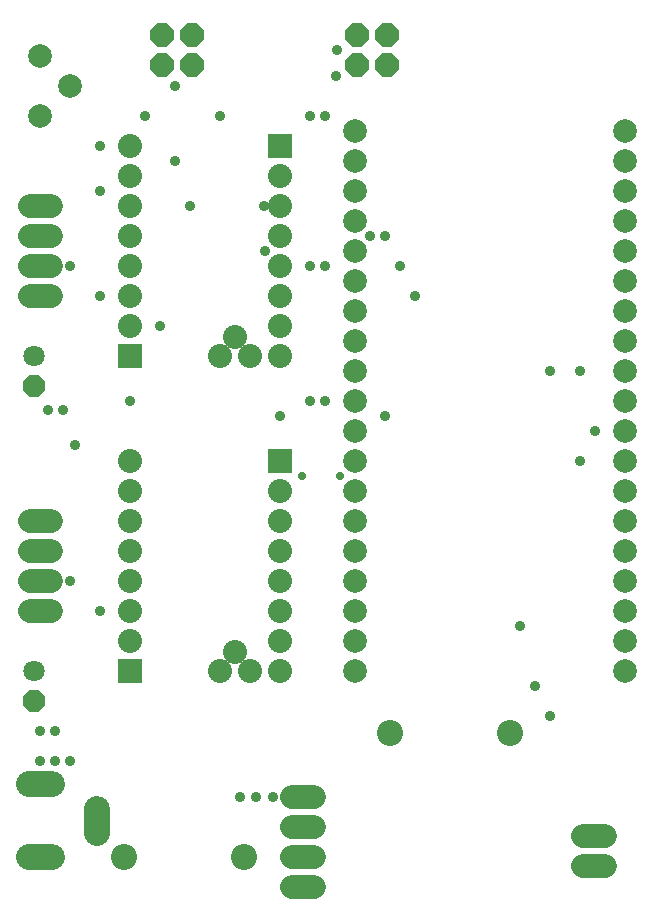
<source format=gbs>
G04 EAGLE Gerber RS-274X export*
G75*
%MOMM*%
%FSLAX34Y34*%
%LPD*%
%INSoldermask Bottom*%
%IPPOS*%
%AMOC8*
5,1,8,0,0,1.08239X$1,22.5*%
G01*
%ADD10C,2.203200*%
%ADD11P,1.951982X8X292.500000*%
%ADD12C,1.803400*%
%ADD13C,2.214881*%
%ADD14P,2.199416X8X22.500000*%
%ADD15C,2.032000*%
%ADD16C,2.003200*%
%ADD17C,2.032000*%
%ADD18R,2.032000X2.032000*%
%ADD19C,0.905600*%
%ADD20C,0.705600*%


D10*
X60800Y132600D02*
X40800Y132600D01*
X40800Y71600D02*
X60800Y71600D01*
X98800Y91600D02*
X98800Y111600D01*
D11*
X45720Y469900D03*
D12*
X45720Y495300D03*
D11*
X45720Y203200D03*
D12*
X45720Y228600D03*
D13*
X121920Y71120D03*
X223520Y71120D03*
X448310Y176530D03*
X346710Y176530D03*
D14*
X318770Y741680D03*
X318770Y767080D03*
X344170Y741680D03*
X344170Y767080D03*
D15*
X282194Y45720D02*
X263906Y45720D01*
X263906Y71120D02*
X282194Y71120D01*
X282194Y96520D02*
X263906Y96520D01*
X263906Y121920D02*
X282194Y121920D01*
D16*
X50800Y749300D03*
X76200Y723900D03*
X50800Y698500D03*
X546100Y685800D03*
X546100Y660400D03*
X546100Y635000D03*
X546100Y609600D03*
X546100Y584200D03*
X546100Y558800D03*
X546100Y533400D03*
X546100Y508000D03*
X546100Y482600D03*
X546100Y457200D03*
X546100Y431800D03*
X546100Y406400D03*
X546100Y381000D03*
X546100Y355600D03*
X546100Y330200D03*
X546100Y304800D03*
X546100Y279400D03*
X546100Y254000D03*
X546100Y228600D03*
X317500Y228600D03*
X317500Y254000D03*
X317500Y279400D03*
X317500Y304800D03*
X317500Y330200D03*
X317500Y355600D03*
X317500Y381000D03*
X317500Y406400D03*
X317500Y431800D03*
X317500Y457200D03*
X317500Y482600D03*
X317500Y508000D03*
X317500Y533400D03*
X317500Y558800D03*
X317500Y584200D03*
X317500Y609600D03*
X317500Y635000D03*
X317500Y660400D03*
X317500Y685800D03*
D17*
X215900Y511810D03*
X203200Y495300D03*
X228600Y495300D03*
D18*
X254000Y673100D03*
D17*
X254000Y647700D03*
X254000Y622300D03*
X254000Y596900D03*
X254000Y571500D03*
X254000Y546100D03*
X254000Y520700D03*
X254000Y495300D03*
D18*
X127000Y495300D03*
D17*
X127000Y520700D03*
X127000Y546100D03*
X127000Y571500D03*
X127000Y596900D03*
X127000Y622300D03*
X127000Y647700D03*
X127000Y673100D03*
X215900Y245110D03*
X203200Y228600D03*
X228600Y228600D03*
D18*
X254000Y406400D03*
D17*
X254000Y381000D03*
X254000Y355600D03*
X254000Y330200D03*
X254000Y304800D03*
X254000Y279400D03*
X254000Y254000D03*
X254000Y228600D03*
D18*
X127000Y228600D03*
D17*
X127000Y254000D03*
X127000Y279400D03*
X127000Y304800D03*
X127000Y330200D03*
X127000Y355600D03*
X127000Y381000D03*
X127000Y406400D03*
D15*
X59944Y546100D02*
X41656Y546100D01*
X41656Y571500D02*
X59944Y571500D01*
X59944Y596900D02*
X41656Y596900D01*
X41656Y622300D02*
X59944Y622300D01*
X59944Y279400D02*
X41656Y279400D01*
X41656Y304800D02*
X59944Y304800D01*
X59944Y330200D02*
X41656Y330200D01*
X41656Y355600D02*
X59944Y355600D01*
D14*
X153670Y741680D03*
X153670Y767080D03*
X179070Y741680D03*
X179070Y767080D03*
D15*
X510286Y63500D02*
X528574Y63500D01*
X528574Y88900D02*
X510286Y88900D01*
D19*
X482600Y482600D03*
X508000Y482600D03*
X219710Y121920D03*
X233680Y121920D03*
X247650Y121920D03*
X76200Y152400D03*
X63500Y152400D03*
X50800Y152400D03*
X63500Y177800D03*
X50800Y177800D03*
X69850Y449580D03*
X57150Y449580D03*
X80010Y420370D03*
X482600Y190500D03*
X368300Y546100D03*
X469900Y215900D03*
X457200Y266700D03*
X177800Y622300D03*
X165100Y660400D03*
X203200Y698500D03*
X330200Y596900D03*
X139700Y698500D03*
X165100Y723900D03*
X127000Y457200D03*
X152400Y520700D03*
X342900Y596900D03*
X101600Y635000D03*
X254000Y444500D03*
X342900Y444500D03*
X508000Y406400D03*
X520700Y431800D03*
D20*
X272570Y393700D03*
X304800Y393700D03*
D19*
X292100Y698500D03*
X292100Y571500D03*
X292100Y457200D03*
X300990Y732790D03*
X279400Y698500D03*
X279400Y571500D03*
X279400Y457200D03*
X302260Y754380D03*
X101600Y673100D03*
X240074Y622300D03*
X241300Y584200D03*
X355600Y571500D03*
X76200Y571500D03*
X101600Y546100D03*
X76200Y304800D03*
X101600Y279400D03*
M02*

</source>
